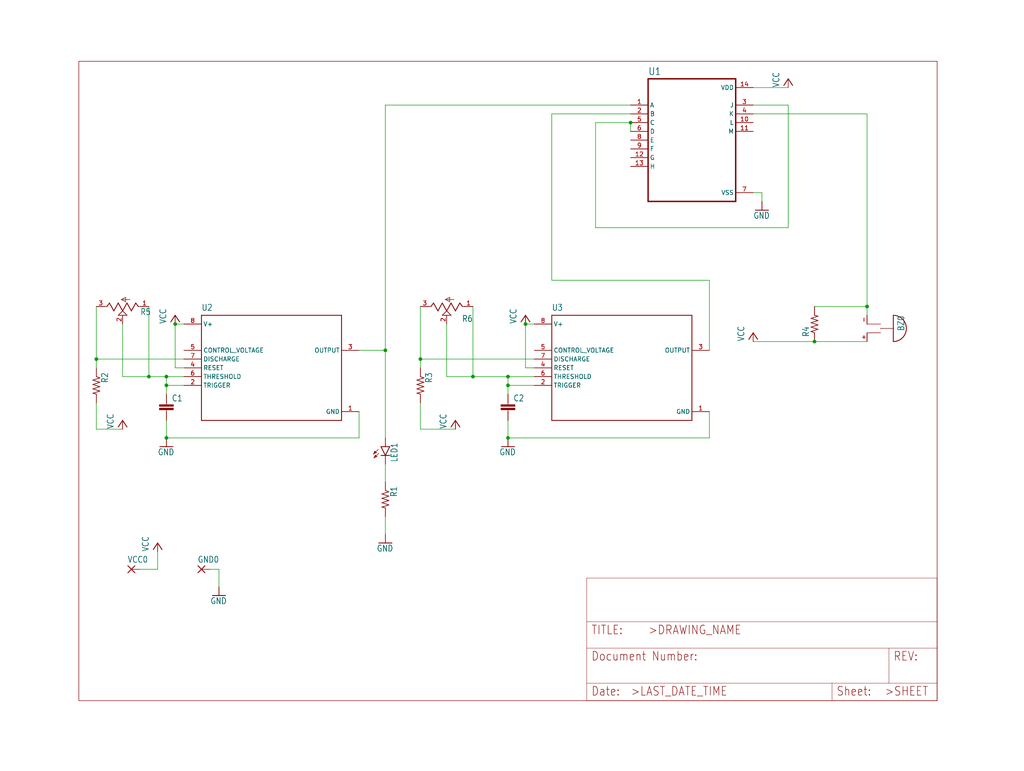
<source format=kicad_sch>
(kicad_sch (version 20211123) (generator eeschema)
  (paper "User" 297.002 223.571)
  (lib_symbols
    (symbol "beeper-eagle-import:C2,5-3"
      (property "Reference" "C" (at 1.524 0.381 0))
      (property "Value" "C2,5-3" (at 1.524 -4.699 0))
      (symbol "C2,5-3_1_0"
        (rectangle (start -2.032 -2.032) (end 2.032 -1.524) (fill (type outline)))
        (rectangle (start -2.032 -1.016) (end 2.032 -0.508) (fill (type outline)))
        (polyline (pts (xy 0 -2.54) (xy 0 -2.032)) (stroke (width 0.1524)))
        (polyline (pts (xy 0 0) (xy 0 -0.508)) (stroke (width 0.1524)))
        (pin passive line (at 0 2.54 270) (length 2.54) (name "1") (number "1"))
        (pin passive line (at 0 -5.08 90) (length 2.54) (name "2") (number "2"))
      )
    )
    (symbol "beeper-eagle-import:CD4011BE"
      (property "Reference" "U" (at -12.7 18.78 0))
      (property "Value" "CD4011BE" (at -12.7 -21.78 0))
      (symbol "CD4011BE_1_0"
        (polyline (pts (xy -12.7 -17.78) (xy -12.7 17.78)) (stroke (width 0.41)))
        (polyline (pts (xy -12.7 17.78) (xy 12.7 17.78)) (stroke (width 0.41)))
        (polyline (pts (xy 12.7 -17.78) (xy -12.7 -17.78)) (stroke (width 0.41)))
        (polyline (pts (xy 12.7 17.78) (xy 12.7 -17.78)) (stroke (width 0.41)))
        (pin input line (at -17.78 10.16 0) (length 5.08) (name "A") (number "1"))
        (pin output line (at 17.78 5.08 180) (length 5.08) (name "L") (number "10"))
        (pin output line (at 17.78 2.54 180) (length 5.08) (name "M") (number "11"))
        (pin input line (at -17.78 -5.08 0) (length 5.08) (name "G") (number "12"))
        (pin input line (at -17.78 -7.62 0) (length 5.08) (name "H") (number "13"))
        (pin power_in line (at 17.78 15.24 180) (length 5.08) (name "VDD") (number "14"))
        (pin input line (at -17.78 7.62 0) (length 5.08) (name "B") (number "2"))
        (pin output line (at 17.78 10.16 180) (length 5.08) (name "J") (number "3"))
        (pin output line (at 17.78 7.62 180) (length 5.08) (name "K") (number "4"))
        (pin input line (at -17.78 5.08 0) (length 5.08) (name "C") (number "5"))
        (pin input line (at -17.78 2.54 0) (length 5.08) (name "D") (number "6"))
        (pin power_in line (at 17.78 -15.24 180) (length 5.08) (name "VSS") (number "7"))
        (pin input line (at -17.78 0 0) (length 5.08) (name "E") (number "8"))
        (pin input line (at -17.78 -2.54 0) (length 5.08) (name "F") (number "9"))
      )
    )
    (symbol "beeper-eagle-import:F{slash}QMBIII"
      (property "Reference" "SG" (at -2.54 6.35 0))
      (property "Value" "F{slash}QMBIII" (at 5.08 0 0))
      (symbol "F{slash}QMBIII_1_0"
        (polyline (pts (xy -2.54 5.08) (xy 1.27 5.08)) (stroke (width 0.254)))
        (polyline (pts (xy 0 -2.54) (xy 0 1.397)) (stroke (width 0.1524)))
        (polyline (pts (xy 1.27 1.27) (xy 1.27 5.08)) (stroke (width 0.1524)))
        (polyline (pts (xy 1.27 5.08) (xy 5.08 5.08)) (stroke (width 0.254)))
        (polyline (pts (xy 2.54 -2.54) (xy 2.54 1.397)) (stroke (width 0.1524)))
        (arc (start 5.08 5.08) (mid 1.27 8.89) (end -2.54 5.08) (stroke (width 0.254)))
        (pin passive line (at 5.08 -2.54 180) (length 2.54) (name "-") (number "+"))
        (pin passive line (at -2.54 -2.54 0) (length 2.54) (name "+") (number "-"))
      )
    )
    (symbol "beeper-eagle-import:GND" (power)
      (property "Value" "GND" (at -2.54 -2.54 0))
      (symbol "GND_1_0"
        (polyline (pts (xy -1.905 0) (xy 1.905 0)) (stroke (width 0.254)))
        (pin power_in line (at 0 2.54 270) (length 2.54) (name "GND") (number "1"))
      )
    )
    (symbol "beeper-eagle-import:LETTER_L"
      (symbol "LETTER_L_1_0"
        (polyline (pts (xy 0 0) (xy 248.92 0) (xy 248.92 185.42) (xy 0 185.42) (xy 0 0)))
      )
      (symbol "LETTER_L_2_0"
        (polyline (pts (xy 0 0) (xy 0 5.08)) (stroke (width 0.1016)))
        (polyline (pts (xy 0 0) (xy 71.12 0)) (stroke (width 0.1016)))
        (polyline (pts (xy 0 5.08) (xy 0 15.24)) (stroke (width 0.1016)))
        (polyline (pts (xy 0 5.08) (xy 71.12 5.08)) (stroke (width 0.1016)))
        (polyline (pts (xy 0 15.24) (xy 0 22.86)) (stroke (width 0.1016)))
        (polyline (pts (xy 0 22.86) (xy 0 35.56)) (stroke (width 0.1016)))
        (polyline (pts (xy 0 22.86) (xy 101.6 22.86)) (stroke (width 0.1016)))
        (polyline (pts (xy 71.12 0) (xy 101.6 0)) (stroke (width 0.1016)))
        (polyline (pts (xy 71.12 5.08) (xy 71.12 0)) (stroke (width 0.1016)))
        (polyline (pts (xy 71.12 5.08) (xy 87.63 5.08)) (stroke (width 0.1016)))
        (polyline (pts (xy 87.63 5.08) (xy 101.6 5.08)) (stroke (width 0.1016)))
        (polyline (pts (xy 87.63 15.24) (xy 0 15.24)) (stroke (width 0.1016)))
        (polyline (pts (xy 87.63 15.24) (xy 87.63 5.08)) (stroke (width 0.1016)))
        (polyline (pts (xy 101.6 5.08) (xy 101.6 0)) (stroke (width 0.1016)))
        (polyline (pts (xy 101.6 15.24) (xy 87.63 15.24)) (stroke (width 0.1016)))
        (polyline (pts (xy 101.6 15.24) (xy 101.6 5.08)) (stroke (width 0.1016)))
        (polyline (pts (xy 101.6 22.86) (xy 101.6 15.24)) (stroke (width 0.1016)))
        (polyline (pts (xy 101.6 35.56) (xy 0 35.56)) (stroke (width 0.1016)))
        (polyline (pts (xy 101.6 35.56) (xy 101.6 22.86)) (stroke (width 0.1016)))
        (text ">DRAWING_NAME" (at 17.78 19.05 0) (effects (font (size 2.54 2.159)) (justify left bottom)))
        (text ">LAST_DATE_TIME" (at 12.7 1.27 0) (effects (font (size 2.54 2.159)) (justify left bottom)))
        (text ">SHEET" (at 86.36 1.27 0) (effects (font (size 2.54 2.159)) (justify left bottom)))
        (text "Date:" (at 1.27 1.27 0) (effects (font (size 2.54 2.159)) (justify left bottom)))
        (text "Document Number:" (at 1.27 11.43 0) (effects (font (size 2.54 2.159)) (justify left bottom)))
        (text "REV:" (at 88.9 11.43 0) (effects (font (size 2.54 2.159)) (justify left bottom)))
        (text "Sheet:" (at 72.39 1.27 0) (effects (font (size 2.54 2.159)) (justify left bottom)))
        (text "TITLE:" (at 1.27 19.05 0) (effects (font (size 2.54 2.159)) (justify left bottom)))
      )
    )
    (symbol "beeper-eagle-import:LMC555CN"
      (property "Reference" "U" (at -20.32 16.51 0))
      (property "Value" "LMC555CN" (at -20.32 -16.51 0))
      (symbol "LMC555CN_1_0"
        (polyline (pts (xy -20.32 -15.24) (xy -20.32 15.24)) (stroke (width 0.254)))
        (polyline (pts (xy -20.32 15.24) (xy 20.32 15.24)) (stroke (width 0.254)))
        (polyline (pts (xy 20.32 -15.24) (xy -20.32 -15.24)) (stroke (width 0.254)))
        (polyline (pts (xy 20.32 15.24) (xy 20.32 -15.24)) (stroke (width 0.254)))
        (pin power_in line (at 25.4 -12.7 180) (length 5.08) (name "GND") (number "1"))
        (pin input line (at -25.4 -5.08 0) (length 5.08) (name "TRIGGER") (number "2"))
        (pin output line (at 25.4 5.08 180) (length 5.08) (name "OUTPUT") (number "3"))
        (pin input line (at -25.4 0 0) (length 5.08) (name "RESET") (number "4"))
        (pin input line (at -25.4 5.08 0) (length 5.08) (name "CONTROL_VOLTAGE") (number "5"))
        (pin input line (at -25.4 -2.54 0) (length 5.08) (name "THRESHOLD") (number "6"))
        (pin input line (at -25.4 2.54 0) (length 5.08) (name "DISCHARGE") (number "7"))
        (pin power_in line (at -25.4 12.7 0) (length 5.08) (name "V+") (number "8"))
      )
    )
    (symbol "beeper-eagle-import:PV12P105A01B00"
      (property "Reference" "R" (at -7.6302 10.1736 0))
      (property "Value" "PV12P105A01B00" (at -7.6244 -5.0829 0))
      (symbol "PV12P105A01B00_1_0"
        (polyline (pts (xy -4.572 0) (xy -5.08 0)) (stroke (width 0.1524)))
        (polyline (pts (xy -3.81 -1.016) (xy -4.572 0)) (stroke (width 0.254)))
        (polyline (pts (xy -2.54 1.27) (xy -3.81 -1.016)) (stroke (width 0.254)))
        (polyline (pts (xy -2.159 -2.032) (xy 0.381 -2.032)) (stroke (width 0.1524)))
        (polyline (pts (xy -1.27 -1.016) (xy -2.54 1.27)) (stroke (width 0.254)))
        (polyline (pts (xy -1.27 2.54) (xy 1.27 2.54)) (stroke (width 0.2032)))
        (polyline (pts (xy -0.889 -2.667) (xy -0.889 -1.397)) (stroke (width 0.1524)))
        (polyline (pts (xy -0.889 -1.397) (xy 0.381 -2.032)) (stroke (width 0.1524)))
        (polyline (pts (xy 0 1.27) (xy -1.27 -1.016)) (stroke (width 0.254)))
        (polyline (pts (xy 0 1.27) (xy -1.27 2.54)) (stroke (width 0.2032)))
        (polyline (pts (xy 0.381 -2.032) (xy -0.889 -2.667)) (stroke (width 0.1524)))
        (polyline (pts (xy 1.27 -1.016) (xy 0 1.27)) (stroke (width 0.254)))
        (polyline (pts (xy 1.27 2.54) (xy 0 1.27)) (stroke (width 0.2032)))
        (polyline (pts (xy 2.54 1.27) (xy 1.27 -1.016)) (stroke (width 0.254)))
        (polyline (pts (xy 3.81 -1.016) (xy 2.54 1.27)) (stroke (width 0.254)))
        (polyline (pts (xy 4.572 0) (xy 3.81 -1.016)) (stroke (width 0.254)))
        (polyline (pts (xy 5.08 0) (xy 4.572 0)) (stroke (width 0.1524)))
        (pin passive line (at -7.62 0 0) (length 2.54) (name "1") (number "1"))
        (pin passive line (at 0 5.08 270) (length 2.54) (name "2") (number "2"))
        (pin passive line (at 7.62 0 180) (length 2.54) (name "3") (number "3"))
      )
    )
    (symbol "beeper-eagle-import:R-US_0204{slash}7"
      (property "Reference" "R" (at -3.81 1.4986 0))
      (property "Value" "R-US_0204{slash}7" (at -3.81 -3.302 0))
      (symbol "R-US_0204{slash}7_1_0"
        (polyline (pts (xy -2.54 0) (xy -2.159 1.016)) (stroke (width 0.2032)))
        (polyline (pts (xy -2.159 1.016) (xy -1.524 -1.016)) (stroke (width 0.2032)))
        (polyline (pts (xy -1.524 -1.016) (xy -0.889 1.016)) (stroke (width 0.2032)))
        (polyline (pts (xy -0.889 1.016) (xy -0.254 -1.016)) (stroke (width 0.2032)))
        (polyline (pts (xy -0.254 -1.016) (xy 0.381 1.016)) (stroke (width 0.2032)))
        (polyline (pts (xy 0.381 1.016) (xy 1.016 -1.016)) (stroke (width 0.2032)))
        (polyline (pts (xy 1.016 -1.016) (xy 1.651 1.016)) (stroke (width 0.2032)))
        (polyline (pts (xy 1.651 1.016) (xy 2.286 -1.016)) (stroke (width 0.2032)))
        (polyline (pts (xy 2.286 -1.016) (xy 2.54 0)) (stroke (width 0.2032)))
        (pin passive line (at -5.08 0 0) (length 2.54) (name "1") (number "1"))
        (pin passive line (at 5.08 0 180) (length 2.54) (name "2") (number "2"))
      )
    )
    (symbol "beeper-eagle-import:SMD2"
      (property "Reference" "PAD" (at -1.143 1.8542 0))
      (property "Value" "SMD2" (at -1.143 -3.302 0))
      (symbol "SMD2_1_0"
        (polyline (pts (xy -1.016 -1.016) (xy 1.016 1.016)) (stroke (width 0.254)))
        (polyline (pts (xy -1.016 1.016) (xy 1.016 -1.016)) (stroke (width 0.254)))
        (pin passive line (at 2.54 0 180) (length 2.54) (name "P") (number "1"))
      )
    )
    (symbol "beeper-eagle-import:TLLR4400"
      (property "Reference" "LED" (at 3.556 -4.572 90))
      (property "Value" "TLLR4400" (at 5.715 -4.572 90))
      (symbol "TLLR4400_1_0"
        (polyline (pts (xy -2.032 -0.762) (xy -3.429 -2.159)) (stroke (width 0.1524)))
        (polyline (pts (xy -1.905 -1.905) (xy -3.302 -3.302)) (stroke (width 0.1524)))
        (polyline (pts (xy 0 -2.54) (xy -1.27 -2.54)) (stroke (width 0.254)))
        (polyline (pts (xy 0 -2.54) (xy -1.27 0)) (stroke (width 0.254)))
        (polyline (pts (xy 0 0) (xy -1.27 0)) (stroke (width 0.254)))
        (polyline (pts (xy 1.27 -2.54) (xy 0 -2.54)) (stroke (width 0.254)))
        (polyline (pts (xy 1.27 0) (xy 0 -2.54)) (stroke (width 0.254)))
        (polyline (pts (xy 1.27 0) (xy 0 0)) (stroke (width 0.254)))
        (polyline (pts (xy -3.429 -2.159) (xy -3.048 -1.27) (xy -2.54 -1.778)) (fill (type outline)))
        (polyline (pts (xy -3.302 -3.302) (xy -2.921 -2.413) (xy -2.413 -2.921)) (fill (type outline)))
        (pin passive line (at 0 2.54 270) (length 2.54) (name "A") (number "A"))
        (pin passive line (at 0 -5.08 90) (length 2.54) (name "C") (number "K"))
      )
    )
    (symbol "beeper-eagle-import:VCC" (power)
      (property "Value" "VCC" (at -2.54 -2.54 90))
      (symbol "VCC_1_0"
        (polyline (pts (xy 0 0) (xy -1.27 -1.905)) (stroke (width 0.254)))
        (polyline (pts (xy 1.27 -1.905) (xy 0 0)) (stroke (width 0.254)))
        (pin power_in line (at 0 -2.54 90) (length 2.54) (name "VCC") (number "1"))
      )
    )
  )
  (junction (at 137.16 109.22))
  (junction (at 48.26 127))
  (junction (at 27.94 104.14))
  (junction (at 251.46 88.9))
  (junction (at 152.4 93.98))
  (junction (at 48.26 111.76))
  (junction (at 121.92 104.14))
  (junction (at 147.32 127))
  (junction (at 147.32 109.22))
  (junction (at 50.8 93.98))
  (junction (at 182.88 35.56))
  (junction (at 111.76 101.6))
  (junction (at 147.32 111.76))
  (junction (at 236.22 99.06))
  (junction (at 48.26 109.22))
  (junction (at 43.18 109.22))
  (wire (pts (xy 172.72 66.04) (xy 172.72 35.56)))
  (wire (pts (xy 111.76 30.48) (xy 182.88 30.48)))
  (wire (pts (xy 228.6 30.48) (xy 228.6 66.04)))
  (wire (pts (xy 50.8 93.98) (xy 50.8 106.68)))
  (wire (pts (xy 121.92 124.46) (xy 132.08 124.46)))
  (wire (pts (xy 121.92 106.68) (xy 121.92 104.14)))
  (wire (pts (xy 218.44 55.88) (xy 220.98 55.88)))
  (wire (pts (xy 172.72 35.56) (xy 182.88 35.56)))
  (wire (pts (xy 137.16 109.22) (xy 147.32 109.22)))
  (wire (pts (xy 48.26 111.76) (xy 48.26 109.22)))
  (wire (pts (xy 121.92 88.9) (xy 121.92 104.14)))
  (wire (pts (xy 43.18 109.22) (xy 48.26 109.22)))
  (wire (pts (xy 104.14 119.38) (xy 104.14 127)))
  (wire (pts (xy 111.76 134.62) (xy 111.76 139.7)))
  (wire (pts (xy 220.98 55.88) (xy 220.98 58.42)))
  (wire (pts (xy 27.94 104.14) (xy 27.94 106.68)))
  (wire (pts (xy 160.02 81.28) (xy 160.02 33.02)))
  (wire (pts (xy 129.54 109.22) (xy 137.16 109.22)))
  (wire (pts (xy 111.76 101.6) (xy 111.76 127)))
  (wire (pts (xy 27.94 88.9) (xy 27.94 104.14)))
  (wire (pts (xy 236.22 99.06) (xy 251.46 99.06)))
  (wire (pts (xy 205.74 81.28) (xy 160.02 81.28)))
  (wire (pts (xy 228.6 66.04) (xy 172.72 66.04)))
  (wire (pts (xy 27.94 124.46) (xy 35.56 124.46)))
  (wire (pts (xy 182.88 35.56) (xy 182.88 38.1)))
  (wire (pts (xy 218.44 30.48) (xy 228.6 30.48)))
  (wire (pts (xy 160.02 33.02) (xy 182.88 33.02)))
  (wire (pts (xy 104.14 127) (xy 48.26 127)))
  (wire (pts (xy 27.94 104.14) (xy 53.34 104.14)))
  (wire (pts (xy 152.4 106.68) (xy 154.94 106.68)))
  (wire (pts (xy 147.32 109.22) (xy 154.94 109.22)))
  (wire (pts (xy 60.96 165.1) (xy 63.5 165.1)))
  (wire (pts (xy 205.74 101.6) (xy 205.74 81.28)))
  (wire (pts (xy 147.32 111.76) (xy 147.32 114.3)))
  (wire (pts (xy 35.56 109.22) (xy 43.18 109.22)))
  (wire (pts (xy 50.8 93.98) (xy 53.34 93.98)))
  (wire (pts (xy 35.56 93.98) (xy 35.56 109.22)))
  (wire (pts (xy 129.54 93.98) (xy 129.54 109.22)))
  (wire (pts (xy 48.26 111.76) (xy 53.34 111.76)))
  (wire (pts (xy 27.94 116.84) (xy 27.94 124.46)))
  (wire (pts (xy 205.74 127) (xy 147.32 127)))
  (wire (pts (xy 152.4 93.98) (xy 154.94 93.98)))
  (wire (pts (xy 48.26 114.3) (xy 48.26 111.76)))
  (wire (pts (xy 43.18 88.9) (xy 43.18 109.22)))
  (wire (pts (xy 251.46 88.9) (xy 251.46 91.44)))
  (wire (pts (xy 111.76 149.86) (xy 111.76 154.94)))
  (wire (pts (xy 40.64 165.1) (xy 45.72 165.1)))
  (wire (pts (xy 48.26 109.22) (xy 53.34 109.22)))
  (wire (pts (xy 63.5 165.1) (xy 63.5 170.18)))
  (wire (pts (xy 121.92 104.14) (xy 154.94 104.14)))
  (wire (pts (xy 251.46 33.02) (xy 251.46 88.9)))
  (wire (pts (xy 104.14 101.6) (xy 111.76 101.6)))
  (wire (pts (xy 154.94 111.76) (xy 147.32 111.76)))
  (wire (pts (xy 218.44 33.02) (xy 251.46 33.02)))
  (wire (pts (xy 152.4 93.98) (xy 152.4 106.68)))
  (wire (pts (xy 251.46 88.9) (xy 236.22 88.9)))
  (wire (pts (xy 45.72 165.1) (xy 45.72 160.02)))
  (wire (pts (xy 218.44 25.4) (xy 228.6 25.4)))
  (wire (pts (xy 111.76 101.6) (xy 111.76 30.48)))
  (wire (pts (xy 218.44 99.06) (xy 236.22 99.06)))
  (wire (pts (xy 137.16 88.9) (xy 137.16 109.22)))
  (wire (pts (xy 147.32 111.76) (xy 147.32 109.22)))
  (wire (pts (xy 50.8 106.68) (xy 53.34 106.68)))
  (wire (pts (xy 121.92 116.84) (xy 121.92 124.46)))
  (wire (pts (xy 147.32 121.92) (xy 147.32 127)))
  (wire (pts (xy 205.74 119.38) (xy 205.74 127)))
  (wire (pts (xy 48.26 121.92) (xy 48.26 127)))
  (symbol (lib_id "beeper-eagle-import:PV12P105A01B00") (at 35.56 88.9 180) (unit 1)
    (property "Reference" "R5" (at 40.6297 91.4264 0) (effects (font (size 1.7803 1.5132)) (justify right top)))
    (property "Value" "SPEED" (at 43.1844 83.8171 0) (effects (font (size 1.779 1.5121)) (justify left bottom)))
    (property "Footprint" "beeper:TO250P760H635-3_PV12P105A01B00" (effects hide))
    (property "Value" "SPEED" (effects hide))
    (property "Value" "SPEED" (effects hide))
    (property "Value" "SPEED" (effects hide))
  )
  (symbol (lib_id "beeper-eagle-import:GND") (at 220.98 60.96 0) (unit 1)
    (property "Reference" "#GND1" (effects hide))
    (property "Value" "GND" (at 218.44 63.5 0) (effects (font (size 1.778 1.5113)) (justify left bottom)))
    (property "Footprint" "beeper:" (effects hide))
  )
  (symbol (lib_id "beeper-eagle-import:GND") (at 63.5 172.72 0) (unit 1)
    (property "Reference" "#GND5" (effects hide))
    (property "Value" "GND" (at 60.96 175.26 0) (effects (font (size 1.778 1.5113)) (justify left bottom)))
    (property "Footprint" "beeper:" (effects hide))
  )
  (symbol (lib_id "beeper-eagle-import:GND") (at 147.32 129.54 0) (unit 1)
    (property "Reference" "#GND2" (effects hide))
    (property "Value" "GND" (at 144.78 132.08 0) (effects (font (size 1.778 1.5113)) (justify left bottom)))
    (property "Footprint" "beeper:" (effects hide))
  )
  (symbol (lib_id "beeper-eagle-import:VCC") (at 45.72 157.48 0) (unit 1)
    (property "Reference" "#P+7" (effects hide))
    (property "Value" "VCC" (at 43.18 160.02 90) (effects (font (size 1.778 1.5113)) (justify left bottom)))
    (property "Footprint" "beeper:" (effects hide))
  )
  (symbol (lib_id "beeper-eagle-import:LMC555CN") (at 78.74 106.68 0) (unit 1)
    (property "Reference" "U2" (at 58.42 90.17 0) (effects (font (size 1.778 1.5113)) (justify left bottom)))
    (property "Value" "LMC555CN" (at 58.42 123.19 0) (effects (font (size 1.778 1.5113)) (justify left top)))
    (property "Footprint" "beeper:DIP794W45P254L959H508Q8" (effects hide))
    (property "Value" "LMC555CN" (effects hide))
    (property "Value" "LMC555CN" (effects hide))
    (property "Value" "LMC555CN" (effects hide))
  )
  (symbol (lib_id "beeper-eagle-import:R-US_0204{slash}7") (at 236.22 93.98 90) (unit 1)
    (property "Reference" "R4" (at 234.7214 97.79 0) (effects (font (size 1.778 1.5113)) (justify left bottom)))
    (property "Value" "1K" (at 239.522 97.79 0) (effects (font (size 1.778 1.5113)) (justify left bottom)))
    (property "Footprint" "beeper:0204_7" (effects hide))
    (property "Value" "1K" (effects hide))
    (property "Value" "1K" (effects hide))
    (property "Value" "1K" (effects hide))
  )
  (symbol (lib_id "beeper-eagle-import:TLLR4400") (at 111.76 129.54 0) (unit 1)
    (property "Reference" "LED1" (at 115.316 134.112 90) (effects (font (size 1.778 1.5113)) (justify left bottom)))
    (property "Value" "RED" (at 117.475 134.112 90) (effects (font (size 1.778 1.5113)) (justify left bottom)))
    (property "Footprint" "beeper:LED3MM" (effects hide))
    (property "Value" "RED" (effects hide))
    (property "Value" "RED" (effects hide))
    (property "Value" "RED" (effects hide))
  )
  (symbol (lib_id "beeper-eagle-import:R-US_0204{slash}7") (at 111.76 144.78 270) (unit 1)
    (property "Reference" "R1" (at 113.2586 140.97 0) (effects (font (size 1.778 1.5113)) (justify left bottom)))
    (property "Value" "220" (at 108.458 140.97 0) (effects (font (size 1.778 1.5113)) (justify left bottom)))
    (property "Footprint" "beeper:0204_7" (effects hide))
    (property "Value" "220" (effects hide))
    (property "Value" "220" (effects hide))
    (property "Value" "220" (effects hide))
  )
  (symbol (lib_id "beeper-eagle-import:R-US_0204{slash}7") (at 27.94 111.76 270) (unit 1)
    (property "Reference" "R2" (at 29.4386 107.95 0) (effects (font (size 1.778 1.5113)) (justify left bottom)))
    (property "Value" "1K" (at 24.638 107.95 0) (effects (font (size 1.778 1.5113)) (justify left bottom)))
    (property "Footprint" "beeper:0204_7" (effects hide))
    (property "Value" "1K" (effects hide))
    (property "Value" "1K" (effects hide))
    (property "Value" "1K" (effects hide))
  )
  (symbol (lib_id "beeper-eagle-import:LETTER_L") (at 170.18 203.2 0) (unit 2)
    (property "Reference" "#FRAME1" (effects hide))
    (property "Value" "LETTER_L" (effects hide))
    (property "Footprint" "beeper:" (effects hide))
  )
  (symbol (lib_id "beeper-eagle-import:VCC") (at 218.44 96.52 0) (unit 1)
    (property "Reference" "#P+4" (effects hide))
    (property "Value" "VCC" (at 215.9 99.06 90) (effects (font (size 1.778 1.5113)) (justify left bottom)))
    (property "Footprint" "beeper:" (effects hide))
  )
  (symbol (lib_id "beeper-eagle-import:GND") (at 111.76 157.48 0) (unit 1)
    (property "Reference" "#GND4" (effects hide))
    (property "Value" "GND" (at 109.22 160.02 0) (effects (font (size 1.778 1.5113)) (justify left bottom)))
    (property "Footprint" "beeper:" (effects hide))
  )
  (symbol (lib_id "beeper-eagle-import:LMC555CN") (at 180.34 106.68 0) (unit 1)
    (property "Reference" "U3" (at 160.02 90.17 0) (effects (font (size 1.778 1.5113)) (justify left bottom)))
    (property "Value" "LMC555CN" (at 160.02 123.19 0) (effects (font (size 1.778 1.5113)) (justify left top)))
    (property "Footprint" "beeper:DIP794W45P254L959H508Q8" (effects hide))
    (property "Value" "LMC555CN" (effects hide))
    (property "Value" "LMC555CN" (effects hide))
    (property "Value" "LMC555CN" (effects hide))
  )
  (symbol (lib_id "beeper-eagle-import:GND") (at 48.26 129.54 0) (unit 1)
    (property "Reference" "#GND3" (effects hide))
    (property "Value" "GND" (at 45.72 132.08 0) (effects (font (size 1.778 1.5113)) (justify left bottom)))
    (property "Footprint" "beeper:" (effects hide))
  )
  (symbol (lib_id "beeper-eagle-import:F{slash}QMBIII") (at 254 93.98 270) (unit 1)
    (property "Reference" "BZ0" (at 260.35 91.44 0) (effects (font (size 1.778 1.5113)) (justify left bottom)))
    (property "Value" "F{slash}QMBIII" (effects hide))
    (property "Footprint" "beeper:F_QMBIII" (effects hide))
    (property "Value" "F{slash}QMBIII" (effects hide))
    (property "Value" "F{slash}QMBIII" (effects hide))
    (property "Value" "F{slash}QMBIII" (effects hide))
  )
  (symbol (lib_id "beeper-eagle-import:VCC") (at 35.56 121.92 0) (unit 1)
    (property "Reference" "#P+3" (effects hide))
    (property "Value" "VCC" (at 33.02 124.46 90) (effects (font (size 1.778 1.5113)) (justify left bottom)))
    (property "Footprint" "beeper:" (effects hide))
  )
  (symbol (lib_id "beeper-eagle-import:VCC") (at 50.8 91.44 0) (unit 1)
    (property "Reference" "#P+5" (effects hide))
    (property "Value" "VCC" (at 48.26 93.98 90) (effects (font (size 1.778 1.5113)) (justify left bottom)))
    (property "Footprint" "beeper:" (effects hide))
  )
  (symbol (lib_id "beeper-eagle-import:CD4011BE") (at 200.66 40.64 0) (unit 1)
    (property "Reference" "U1" (at 187.96 21.86 0) (effects (font (size 2.0828 1.7703)) (justify left bottom)))
    (property "Value" "CD4011BE" (at 187.96 62.42 0) (effects (font (size 2.0828 1.7703)) (justify left bottom)))
    (property "Footprint" "beeper:DIP794W45P254L1969H508Q14" (effects hide))
    (property "Value" "CD4011BE" (effects hide))
    (property "Value" "CD4011BE" (effects hide))
    (property "Value" "CD4011BE" (effects hide))
  )
  (symbol (lib_id "beeper-eagle-import:SMD2") (at 58.42 165.1 0) (unit 1)
    (property "Reference" "GND0" (at 57.277 163.2458 0) (effects (font (size 1.778 1.5113)) (justify left bottom)))
    (property "Value" "SMD2" (at 57.277 168.402 0) (effects (font (size 1.778 1.5113)) (justify left bottom)))
    (property "Footprint" "beeper:SMD1,27-2,54" (effects hide))
    (property "Value" "SMD2" (effects hide))
  )
  (symbol (lib_id "beeper-eagle-import:C2,5-3") (at 147.32 116.84 0) (unit 1)
    (property "Reference" "C2" (at 148.844 116.459 0) (effects (font (size 1.778 1.5113)) (justify left bottom)))
    (property "Value" "1.82nF" (at 148.844 121.539 0) (effects (font (size 1.778 1.5113)) (justify left bottom)))
    (property "Footprint" "beeper:C2.5-3" (effects hide))
    (property "Value" "1.82nF" (effects hide))
    (property "Value" "1.82nF" (effects hide))
    (property "Value" "1.82nF" (effects hide))
  )
  (symbol (lib_id "beeper-eagle-import:SMD2") (at 38.1 165.1 0) (unit 1)
    (property "Reference" "VCC0" (at 36.957 163.2458 0) (effects (font (size 1.778 1.5113)) (justify left bottom)))
    (property "Value" "SMD2" (at 36.957 168.402 0) (effects (font (size 1.778 1.5113)) (justify left bottom)))
    (property "Footprint" "beeper:SMD1,27-2,54" (effects hide))
    (property "Value" "SMD2" (effects hide))
  )
  (symbol (lib_id "beeper-eagle-import:LETTER_L") (at 22.86 203.2 0) (unit 1)
    (property "Reference" "#FRAME1" (effects hide))
    (property "Value" "LETTER_L" (effects hide))
    (property "Footprint" "beeper:" (effects hide))
  )
  (symbol (lib_id "beeper-eagle-import:VCC") (at 228.6 22.86 0) (unit 1)
    (property "Reference" "#P+1" (effects hide))
    (property "Value" "VCC" (at 226.06 25.4 90) (effects (font (size 1.778 1.5113)) (justify left bottom)))
    (property "Footprint" "beeper:" (effects hide))
  )
  (symbol (lib_id "beeper-eagle-import:R-US_0204{slash}7") (at 121.92 111.76 270) (unit 1)
    (property "Reference" "R3" (at 123.4186 107.95 0) (effects (font (size 1.778 1.5113)) (justify left bottom)))
    (property "Value" "1K" (at 118.618 107.95 0) (effects (font (size 1.778 1.5113)) (justify left bottom)))
    (property "Footprint" "beeper:0204_7" (effects hide))
    (property "Value" "1K" (effects hide))
    (property "Value" "1K" (effects hide))
    (property "Value" "1K" (effects hide))
  )
  (symbol (lib_id "beeper-eagle-import:C2,5-3") (at 48.26 116.84 0) (unit 1)
    (property "Reference" "C1" (at 49.784 116.459 0) (effects (font (size 1.778 1.5113)) (justify left bottom)))
    (property "Value" "1.44uF" (at 49.784 121.539 0) (effects (font (size 1.778 1.5113)) (justify left bottom)))
    (property "Footprint" "beeper:C2.5-3" (effects hide))
    (property "Value" "1.44uF" (effects hide))
    (property "Value" "1.44uF" (effects hide))
    (property "Value" "1.44uF" (effects hide))
  )
  (symbol (lib_id "beeper-eagle-import:PV12P105A01B00") (at 129.54 88.9 180) (unit 1)
    (property "Reference" "R6" (at 137.1702 91.4536 0) (effects (font (size 1.7803 1.5132)) (justify left bottom)))
    (property "Value" "TONE" (at 137.1644 83.8171 0) (effects (font (size 1.779 1.5121)) (justify left bottom)))
    (property "Footprint" "beeper:TO250P760H635-3_PV12P105A01B00" (effects hide))
    (property "Value" "TONE" (effects hide))
    (property "Value" "TONE" (effects hide))
    (property "Value" "TONE" (effects hide))
  )
  (symbol (lib_id "beeper-eagle-import:VCC") (at 132.08 121.92 0) (unit 1)
    (property "Reference" "#P+6" (effects hide))
    (property "Value" "VCC" (at 129.54 124.46 90) (effects (font (size 1.778 1.5113)) (justify left bottom)))
    (property "Footprint" "beeper:" (effects hide))
  )
  (symbol (lib_id "beeper-eagle-import:VCC") (at 152.4 91.44 0) (unit 1)
    (property "Reference" "#P+2" (effects hide))
    (property "Value" "VCC" (at 149.86 93.98 90) (effects (font (size 1.778 1.5113)) (justify left bottom)))
    (property "Footprint" "beeper:" (effects hide))
  )
)
</source>
